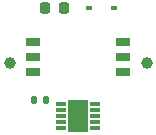
<source format=gbr>
%TF.GenerationSoftware,KiCad,Pcbnew,(6.0.0-rc1-209-ga3b4210bdd-dirty)*%
%TF.CreationDate,2021-12-23T02:42:50+03:00*%
%TF.ProjectId,ibutton,69627574-746f-46e2-9e6b-696361645f70,rev?*%
%TF.SameCoordinates,Original*%
%TF.FileFunction,Soldermask,Top*%
%TF.FilePolarity,Negative*%
%FSLAX46Y46*%
G04 Gerber Fmt 4.6, Leading zero omitted, Abs format (unit mm)*
G04 Created by KiCad (PCBNEW (6.0.0-rc1-209-ga3b4210bdd-dirty)) date 2021-12-23 02:42:50*
%MOMM*%
%LPD*%
G01*
G04 APERTURE LIST*
G04 Aperture macros list*
%AMRoundRect*
0 Rectangle with rounded corners*
0 $1 Rounding radius*
0 $2 $3 $4 $5 $6 $7 $8 $9 X,Y pos of 4 corners*
0 Add a 4 corners polygon primitive as box body*
4,1,4,$2,$3,$4,$5,$6,$7,$8,$9,$2,$3,0*
0 Add four circle primitives for the rounded corners*
1,1,$1+$1,$2,$3*
1,1,$1+$1,$4,$5*
1,1,$1+$1,$6,$7*
1,1,$1+$1,$8,$9*
0 Add four rect primitives between the rounded corners*
20,1,$1+$1,$2,$3,$4,$5,0*
20,1,$1+$1,$4,$5,$6,$7,0*
20,1,$1+$1,$6,$7,$8,$9,0*
20,1,$1+$1,$8,$9,$2,$3,0*%
G04 Aperture macros list end*
%ADD10R,1.750000X2.700000*%
%ADD11R,0.850000X0.300000*%
%ADD12C,1.000000*%
%ADD13R,1.270000X0.760000*%
%ADD14RoundRect,0.135000X-0.135000X-0.185000X0.135000X-0.185000X0.135000X0.185000X-0.135000X0.185000X0*%
%ADD15R,0.600000X0.450000*%
%ADD16RoundRect,0.225000X0.225000X0.250000X-0.225000X0.250000X-0.225000X-0.250000X0.225000X-0.250000X0*%
G04 APERTURE END LIST*
D10*
%TO.C,U1*%
X100000000Y-104500000D03*
D11*
X101450000Y-103500000D03*
X101450000Y-104000000D03*
X101450000Y-104500000D03*
X101450000Y-105000000D03*
X101450000Y-105500000D03*
X98550000Y-105500000D03*
X98550000Y-105000000D03*
X98550000Y-104500000D03*
X98550000Y-104000000D03*
X98550000Y-103500000D03*
%TD*%
D12*
%TO.C,TGND1*%
X94200000Y-100000000D03*
%TD*%
%TO.C,TDq1*%
X105800000Y-100000000D03*
%TD*%
D13*
%TO.C,SW1*%
X96190000Y-98230000D03*
X103810000Y-100770000D03*
X96190000Y-99500000D03*
X103810000Y-99500000D03*
X96190000Y-100770000D03*
X103810000Y-98230000D03*
%TD*%
D14*
%TO.C,R1*%
X97300000Y-103200000D03*
X96280000Y-103200000D03*
%TD*%
D15*
%TO.C,D1*%
X103050000Y-95400000D03*
X100950000Y-95400000D03*
%TD*%
D16*
%TO.C,C1*%
X97225000Y-95400000D03*
X98775000Y-95400000D03*
%TD*%
M02*

</source>
